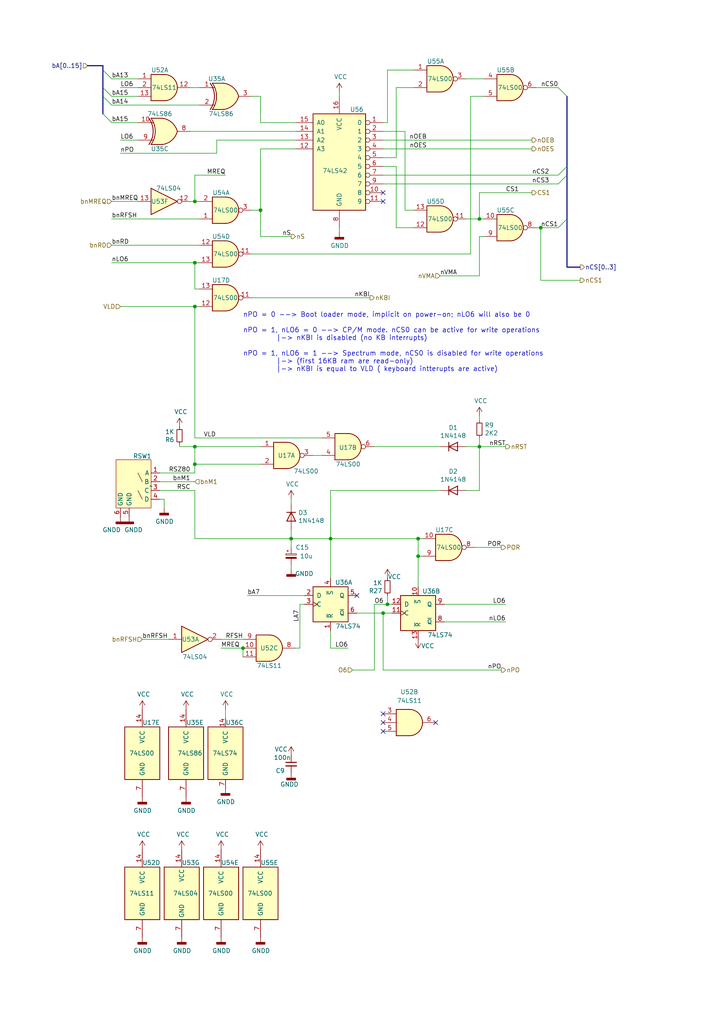
<source format=kicad_sch>
(kicad_sch (version 20230121) (generator eeschema)
  (paper "A4" portrait)
  (lib_symbols
    (symbol "74xx:74LS00" (pin_names (offset 1.016))
      (property "Reference" "U" (at 0 1.27 0))
      (property "Value" "74LS00" (at 0 -1.27 0))
      (symbol "74LS00_1_1"
        (arc (start 0 -3.81) (mid 3.7934 0) (end 0 3.81) (stroke (width 0.254)) (fill (type background)))
        (polyline (pts (xy 0 3.81) (xy -3.81 3.81) (xy -3.81 -3.81) (xy 0 -3.81)) (stroke (width 0.254)) (fill (type background)))
        (pin input line (at -7.62 2.54 0) (length 3.81) (name "~") (number "1"))
        (pin input line (at -7.62 -2.54 0) (length 3.81) (name "~") (number "2"))
        (pin output inverted (at 7.62 0 180) (length 3.81) (name "~") (number "3"))
      )
      (symbol "74LS00_1_2"
        (arc (start -3.81 -3.81) (mid -2.589 0) (end -3.81 3.81) (stroke (width 0.254)))
        (arc (start -0.6096 -3.81) (mid 2.1842 -2.5851) (end 3.81 0) (stroke (width 0.254)) (fill (type background)))
        (polyline (pts (xy -3.81 -3.81) (xy -0.635 -3.81)) (stroke (width 0.254)) (fill (type background)))
        (polyline (pts (xy -3.81 3.81) (xy -0.635 3.81)) (stroke (width 0.254)) (fill (type background)))
        (polyline (pts (xy -0.635 3.81) (xy -3.81 3.81) (xy -3.81 3.81) (xy -3.556 3.4036) (xy -3.0226 2.2606) (xy -2.6924 1.0414) (xy -2.6162 -0.254) (xy -2.7686 -1.4986) (xy -3.175 -2.7178) (xy -3.81 -3.81) (xy -3.81 -3.81) (xy -0.635 -3.81)) (stroke (width -25.4)) (fill (type background)))
        (arc (start 3.81 0) (mid 2.1915 2.5936) (end -0.6096 3.81) (stroke (width 0.254)) (fill (type background)))
        (pin input inverted (at -7.62 2.54 0) (length 4.318) (name "~") (number "1"))
        (pin input inverted (at -7.62 -2.54 0) (length 4.318) (name "~") (number "2"))
        (pin output line (at 7.62 0 180) (length 3.81) (name "~") (number "3"))
      )
      (symbol "74LS00_2_1"
        (arc (start 0 -3.81) (mid 3.7934 0) (end 0 3.81) (stroke (width 0.254)) (fill (type background)))
        (polyline (pts (xy 0 3.81) (xy -3.81 3.81) (xy -3.81 -3.81) (xy 0 -3.81)) (stroke (width 0.254)) (fill (type background)))
        (pin input line (at -7.62 2.54 0) (length 3.81) (name "~") (number "4"))
        (pin input line (at -7.62 -2.54 0) (length 3.81) (name "~") (number "5"))
        (pin output inverted (at 7.62 0 180) (length 3.81) (name "~") (number "6"))
      )
      (symbol "74LS00_2_2"
        (arc (start -3.81 -3.81) (mid -2.589 0) (end -3.81 3.81) (stroke (width 0.254)))
        (arc (start -0.6096 -3.81) (mid 2.1842 -2.5851) (end 3.81 0) (stroke (width 0.254)) (fill (type background)))
        (polyline (pts (xy -3.81 -3.81) (xy -0.635 -3.81)) (stroke (width 0.254)) (fill (type background)))
        (polyline (pts (xy -3.81 3.81) (xy -0.635 3.81)) (stroke (width 0.254)) (fill (type background)))
        (polyline (pts (xy -0.635 3.81) (xy -3.81 3.81) (xy -3.81 3.81) (xy -3.556 3.4036) (xy -3.0226 2.2606) (xy -2.6924 1.0414) (xy -2.6162 -0.254) (xy -2.7686 -1.4986) (xy -3.175 -2.7178) (xy -3.81 -3.81) (xy -3.81 -3.81) (xy -0.635 -3.81)) (stroke (width -25.4)) (fill (type background)))
        (arc (start 3.81 0) (mid 2.1915 2.5936) (end -0.6096 3.81) (stroke (width 0.254)) (fill (type background)))
        (pin input inverted (at -7.62 2.54 0) (length 4.318) (name "~") (number "4"))
        (pin input inverted (at -7.62 -2.54 0) (length 4.318) (name "~") (number "5"))
        (pin output line (at 7.62 0 180) (length 3.81) (name "~") (number "6"))
      )
      (symbol "74LS00_3_1"
        (arc (start 0 -3.81) (mid 3.7934 0) (end 0 3.81) (stroke (width 0.254)) (fill (type background)))
        (polyline (pts (xy 0 3.81) (xy -3.81 3.81) (xy -3.81 -3.81) (xy 0 -3.81)) (stroke (width 0.254)) (fill (type background)))
        (pin input line (at -7.62 -2.54 0) (length 3.81) (name "~") (number "10"))
        (pin output inverted (at 7.62 0 180) (length 3.81) (name "~") (number "8"))
        (pin input line (at -7.62 2.54 0) (length 3.81) (name "~") (number "9"))
      )
      (symbol "74LS00_3_2"
        (arc (start -3.81 -3.81) (mid -2.589 0) (end -3.81 3.81) (stroke (width 0.254)))
        (arc (start -0.6096 -3.81) (mid 2.1842 -2.5851) (end 3.81 0) (stroke (width 0.254)) (fill (type background)))
        (polyline (pts (xy -3.81 -3.81) (xy -0.635 -3.81)) (stroke (width 0.254)) (fill (type background)))
        (polyline (pts (xy -3.81 3.81) (xy -0.635 3.81)) (stroke (width 0.254)) (fill (type background)))
        (polyline (pts (xy -0.635 3.81) (xy -3.81 3.81) (xy -3.81 3.81) (xy -3.556 3.4036) (xy -3.0226 2.2606) (xy -2.6924 1.0414) (xy -2.6162 -0.254) (xy -2.7686 -1.4986) (xy -3.175 -2.7178) (xy -3.81 -3.81) (xy -3.81 -3.81) (xy -0.635 -3.81)) (stroke (width -25.4)) (fill (type background)))
        (arc (start 3.81 0) (mid 2.1915 2.5936) (end -0.6096 3.81) (stroke (width 0.254)) (fill (type background)))
        (pin input inverted (at -7.62 -2.54 0) (length 4.318) (name "~") (number "10"))
        (pin output line (at 7.62 0 180) (length 3.81) (name "~") (number "8"))
        (pin input inverted (at -7.62 2.54 0) (length 4.318) (name "~") (number "9"))
      )
      (symbol "74LS00_4_1"
        (arc (start 0 -3.81) (mid 3.7934 0) (end 0 3.81) (stroke (width 0.254)) (fill (type background)))
        (polyline (pts (xy 0 3.81) (xy -3.81 3.81) (xy -3.81 -3.81) (xy 0 -3.81)) (stroke (width 0.254)) (fill (type background)))
        (pin output inverted (at 7.62 0 180) (length 3.81) (name "~") (number "11"))
        (pin input line (at -7.62 2.54 0) (length 3.81) (name "~") (number "12"))
        (pin input line (at -7.62 -2.54 0) (length 3.81) (name "~") (number "13"))
      )
      (symbol "74LS00_4_2"
        (arc (start -3.81 -3.81) (mid -2.589 0) (end -3.81 3.81) (stroke (width 0.254)))
        (arc (start -0.6096 -3.81) (mid 2.1842 -2.5851) (end 3.81 0) (stroke (width 0.254)) (fill (type background)))
        (polyline (pts (xy -3.81 -3.81) (xy -0.635 -3.81)) (stroke (width 0.254)) (fill (type background)))
        (polyline (pts (xy -3.81 3.81) (xy -0.635 3.81)) (stroke (width 0.254)) (fill (type background)))
        (polyline (pts (xy -0.635 3.81) (xy -3.81 3.81) (xy -3.81 3.81) (xy -3.556 3.4036) (xy -3.0226 2.2606) (xy -2.6924 1.0414) (xy -2.6162 -0.254) (xy -2.7686 -1.4986) (xy -3.175 -2.7178) (xy -3.81 -3.81) (xy -3.81 -3.81) (xy -0.635 -3.81)) (stroke (width -25.4)) (fill (type background)))
        (arc (start 3.81 0) (mid 2.1915 2.5936) (end -0.6096 3.81) (stroke (width 0.254)) (fill (type background)))
        (pin output line (at 7.62 0 180) (length 3.81) (name "~") (number "11"))
        (pin input inverted (at -7.62 2.54 0) (length 4.318) (name "~") (number "12"))
        (pin input inverted (at -7.62 -2.54 0) (length 4.318) (name "~") (number "13"))
      )
      (symbol "74LS00_5_0"
        (pin power_in line (at 0 12.7 270) (length 5.08) (name "VCC") (number "14"))
        (pin power_in line (at 0 -12.7 90) (length 5.08) (name "GND") (number "7"))
      )
      (symbol "74LS00_5_1"
        (rectangle (start -5.08 7.62) (end 5.08 -7.62) (stroke (width 0.254)) (fill (type background)))
      )
    )
    (symbol "74xx:74LS04"
      (property "Reference" "U" (at 0 1.27 0))
      (property "Value" "74LS04" (at 0 -1.27 0))
      (symbol "74LS04_1_0"
        (polyline (pts (xy -3.81 3.81) (xy -3.81 -3.81) (xy 3.81 0) (xy -3.81 3.81)) (stroke (width 0.254)) (fill (type background)))
        (pin input line (at -7.62 0 0) (length 3.81) (name "~") (number "1"))
        (pin output inverted (at 7.62 0 180) (length 3.81) (name "~") (number "2"))
      )
      (symbol "74LS04_2_0"
        (polyline (pts (xy -3.81 3.81) (xy -3.81 -3.81) (xy 3.81 0) (xy -3.81 3.81)) (stroke (width 0.254)) (fill (type background)))
        (pin input line (at -7.62 0 0) (length 3.81) (name "~") (number "3"))
        (pin output inverted (at 7.62 0 180) (length 3.81) (name "~") (number "4"))
      )
      (symbol "74LS04_3_0"
        (polyline (pts (xy -3.81 3.81) (xy -3.81 -3.81) (xy 3.81 0) (xy -3.81 3.81)) (stroke (width 0.254)) (fill (type background)))
        (pin input line (at -7.62 0 0) (length 3.81) (name "~") (number "5"))
        (pin output inverted (at 7.62 0 180) (length 3.81) (name "~") (number "6"))
      )
      (symbol "74LS04_4_0"
        (polyline (pts (xy -3.81 3.81) (xy -3.81 -3.81) (xy 3.81 0) (xy -3.81 3.81)) (stroke (width 0.254)) (fill (type background)))
        (pin output inverted (at 7.62 0 180) (length 3.81) (name "~") (number "8"))
        (pin input line (at -7.62 0 0) (length 3.81) (name "~") (number "9"))
      )
      (symbol "74LS04_5_0"
        (polyline (pts (xy -3.81 3.81) (xy -3.81 -3.81) (xy 3.81 0) (xy -3.81 3.81)) (stroke (width 0.254)) (fill (type background)))
        (pin output inverted (at 7.62 0 180) (length 3.81) (name "~") (number "10"))
        (pin input line (at -7.62 0 0) (length 3.81) (name "~") (number "11"))
      )
      (symbol "74LS04_6_0"
        (polyline (pts (xy -3.81 3.81) (xy -3.81 -3.81) (xy 3.81 0) (xy -3.81 3.81)) (stroke (width 0.254)) (fill (type background)))
        (pin output inverted (at 7.62 0 180) (length 3.81) (name "~") (number "12"))
        (pin input line (at -7.62 0 0) (length 3.81) (name "~") (number "13"))
      )
      (symbol "74LS04_7_0"
        (pin power_in line (at 0 12.7 270) (length 5.08) (name "VCC") (number "14"))
        (pin power_in line (at 0 -12.7 90) (length 5.08) (name "GND") (number "7"))
      )
      (symbol "74LS04_7_1"
        (rectangle (start -5.08 7.62) (end 5.08 -7.62) (stroke (width 0.254)) (fill (type background)))
      )
    )
    (symbol "74xx:74LS11" (pin_names (offset 1.016))
      (property "Reference" "U" (at 0 1.27 0))
      (property "Value" "74LS11" (at 0 -1.27 0))
      (symbol "74LS11_1_1"
        (arc (start 0 -3.81) (mid 3.7934 0) (end 0 3.81) (stroke (width 0.254)) (fill (type background)))
        (polyline (pts (xy 0 3.81) (xy -3.81 3.81) (xy -3.81 -3.81) (xy 0 -3.81)) (stroke (width 0.254)) (fill (type background)))
        (pin input line (at -7.62 2.54 0) (length 3.81) (name "~") (number "1"))
        (pin output line (at 7.62 0 180) (length 3.81) (name "~") (number "12"))
        (pin input line (at -7.62 -2.54 0) (length 3.81) (name "~") (number "13"))
        (pin input line (at -7.62 0 0) (length 3.81) (name "~") (number "2"))
      )
      (symbol "74LS11_1_2"
        (arc (start -3.81 -3.81) (mid -2.589 0) (end -3.81 3.81) (stroke (width 0.254)))
        (arc (start -0.6096 -3.81) (mid 2.1842 -2.5851) (end 3.81 0) (stroke (width 0.254)) (fill (type background)))
        (polyline (pts (xy -3.81 -3.81) (xy -0.635 -3.81)) (stroke (width 0.254)) (fill (type background)))
        (polyline (pts (xy -3.81 3.81) (xy -0.635 3.81)) (stroke (width 0.254)) (fill (type background)))
        (polyline (pts (xy -0.635 3.81) (xy -3.81 3.81) (xy -3.81 3.81) (xy -3.556 3.4036) (xy -3.0226 2.2606) (xy -2.6924 1.0414) (xy -2.6162 -0.254) (xy -2.7686 -1.4986) (xy -3.175 -2.7178) (xy -3.81 -3.81) (xy -3.81 -3.81) (xy -0.635 -3.81)) (stroke (width -25.4)) (fill (type background)))
        (arc (start 3.81 0) (mid 2.1915 2.5936) (end -0.6096 3.81) (stroke (width 0.254)) (fill (type background)))
        (pin input inverted (at -7.62 2.54 0) (length 4.318) (name "~") (number "1"))
        (pin output inverted (at 7.62 0 180) (length 3.81) (name "~") (number "12"))
        (pin input inverted (at -7.62 -2.54 0) (length 4.318) (name "~") (number "13"))
        (pin input inverted (at -7.62 0 0) (length 4.953) (name "~") (number "2"))
      )
      (symbol "74LS11_2_1"
        (arc (start 0 -3.81) (mid 3.7934 0) (end 0 3.81) (stroke (width 0.254)) (fill (type background)))
        (polyline (pts (xy 0 3.81) (xy -3.81 3.81) (xy -3.81 -3.81) (xy 0 -3.81)) (stroke (width 0.254)) (fill (type background)))
        (pin input line (at -7.62 2.54 0) (length 3.81) (name "~") (number "3"))
        (pin input line (at -7.62 0 0) (length 3.81) (name "~") (number "4"))
        (pin input line (at -7.62 -2.54 0) (length 3.81) (name "~") (number "5"))
        (pin output line (at 7.62 0 180) (length 3.81) (name "~") (number "6"))
      )
      (symbol "74LS11_2_2"
        (arc (start -3.81 -3.81) (mid -2.589 0) (end -3.81 3.81) (stroke (width 0.254)))
        (arc (start -0.6096 -3.81) (mid 2.1842 -2.5851) (end 3.81 0) (stroke (width 0.254)) (fill (type background)))
        (polyline (pts (xy -3.81 -3.81) (xy -0.635 -3.81)) (stroke (width 0.254)) (fill (type background)))
        (polyline (pts (xy -3.81 3.81) (xy -0.635 3.81)) (stroke (width 0.254)) (fill (type background)))
        (polyline (pts (xy -0.635 3.81) (xy -3.81 3.81) (xy -3.81 3.81) (xy -3.556 3.4036) (xy -3.0226 2.2606) (xy -2.6924 1.0414) (xy -2.6162 -0.254) (xy -2.7686 -1.4986) (xy -3.175 -2.7178) (xy -3.81 -3.81) (xy -3.81 -3.81) (xy -0.635 -3.81)) (stroke (width -25.4)) (fill (type background)))
        (arc (start 3.81 0) (mid 2.1915 2.5936) (end -0.6096 3.81) (stroke (width 0.254)) (fill (type background)))
        (pin input inverted (at -7.62 2.54 0) (length 4.318) (name "~") (number "3"))
        (pin input inverted (at -7.62 0 0) (length 4.953) (name "~") (number "4"))
        (pin input inverted (at -7.62 -2.54 0) (length 4.318) (name "~") (number "5"))
        (pin output inverted (at 7.62 0 180) (length 3.81) (name "~") (number "6"))
      )
      (symbol "74LS11_3_1"
        (arc (start 0 -3.81) (mid 3.7934 0) (end 0 3.81) (stroke (width 0.254)) (fill (type background)))
        (polyline (pts (xy 0 3.81) (xy -3.81 3.81) (xy -3.81 -3.81) (xy 0 -3.81)) (stroke (width 0.254)) (fill (type background)))
        (pin input line (at -7.62 0 0) (length 3.81) (name "~") (number "10"))
        (pin input line (at -7.62 -2.54 0) (length 3.81) (name "~") (number "11"))
        (pin output line (at 7.62 0 180) (length 3.81) (name "~") (number "8"))
        (pin input line (at -7.62 2.54 0) (length 3.81) (name "~") (number "9"))
      )
      (symbol "74LS11_3_2"
        (arc (start -3.81 -3.81) (mid -2.589 0) (end -3.81 3.81) (stroke (width 0.254)))
        (arc (start -0.6096 -3.81) (mid 2.1842 -2.5851) (end 3.81 0) (stroke (width 0.254)) (fill (type background)))
        (polyline (pts (xy -3.81 -3.81) (xy -0.635 -3.81)) (stroke (width 0.254)) (fill (type background)))
        (polyline (pts (xy -3.81 3.81) (xy -0.635 3.81)) (stroke (width 0.254)) (fill (type background)))
        (polyline (pts (xy -0.635 3.81) (xy -3.81 3.81) (xy -3.81 3.81) (xy -3.556 3.4036) (xy -3.0226 2.2606) (xy -2.6924 1.0414) (xy -2.6162 -0.254) (xy -2.7686 -1.4986) (xy -3.175 -2.7178) (xy -3.81 -3.81) (xy -3.81 -3.81) (xy -0.635 -3.81)) (stroke (width -25.4)) (fill (type background)))
        (arc (start 3.81 0) (mid 2.1915 2.5936) (end -0.6096 3.81) (stroke (width 0.254)) (fill (type background)))
        (pin input inverted (at -7.62 0 0) (length 4.953) (name "~") (number "10"))
        (pin input inverted (at -7.62 -2.54 0) (length 4.318) (name "~") (number "11"))
        (pin output inverted (at 7.62 0 180) (length 3.81) (name "~") (number "8"))
        (pin input inverted (at -7.62 2.54 0) (length 4.318) (name "~") (number "9"))
      )
      (symbol "74LS11_4_0"
        (pin power_in line (at 0 12.7 270) (length 5.08) (name "VCC") (number "14"))
        (pin power_in line (at 0 -12.7 90) (length 5.08) (name "GND") (number "7"))
      )
      (symbol "74LS11_4_1"
        (rectangle (start -5.08 7.62) (end 5.08 -7.62) (stroke (width 0.254)) (fill (type background)))
      )
    )
    (symbol "74xx:74LS42" (pin_names (offset 1.016))
      (property "Reference" "U" (at -7.62 13.97 0))
      (property "Value" "74LS42" (at -7.62 -16.51 0))
      (symbol "74LS42_1_0"
        (pin output inverted (at 12.7 10.16 180) (length 5.08) (name "0") (number "1"))
        (pin output inverted (at 12.7 -10.16 180) (length 5.08) (name "8") (number "10"))
        (pin output inverted (at 12.7 -12.7 180) (length 5.08) (name "9") (number "11"))
        (pin input line (at -12.7 2.54 0) (length 5.08) (name "A3") (number "12"))
        (pin input line (at -12.7 5.08 0) (length 5.08) (name "A2") (number "13"))
        (pin input line (at -12.7 7.62 0) (length 5.08) (name "A1") (number "14"))
        (pin input line (at -12.7 10.16 0) (length 5.08) (name "A0") (number "15"))
        (pin power_in line (at 0 17.78 270) (length 5.08) (name "VCC") (number "16"))
        (pin output inverted (at 12.7 7.62 180) (length 5.08) (name "1") (number "2"))
        (pin output inverted (at 12.7 5.08 180) (length 5.08) (name "2") (number "3"))
        (pin output inverted (at 12.7 2.54 180) (length 5.08) (name "3") (number "4"))
        (pin output inverted (at 12.7 0 180) (length 5.08) (name "4") (number "5"))
        (pin output inverted (at 12.7 -2.54 180) (length 5.08) (name "5") (number "6"))
        (pin output inverted (at 12.7 -5.08 180) (length 5.08) (name "6") (number "7"))
        (pin power_in line (at 0 -20.32 90) (length 5.08) (name "GND") (number "8"))
        (pin output inverted (at 12.7 -7.62 180) (length 5.08) (name "7") (number "9"))
      )
      (symbol "74LS42_1_1"
        (rectangle (start -7.62 12.7) (end 7.62 -15.24) (stroke (width 0.254)) (fill (type background)))
      )
    )
    (symbol "74xx:74LS74" (pin_names (offset 1.016))
      (property "Reference" "U" (at -7.62 8.89 0))
      (property "Value" "74LS74" (at -7.62 -8.89 0))
      (symbol "74LS74_1_0"
        (pin input line (at 0 -7.62 90) (length 2.54) (name "~{R}") (number "1"))
        (pin input line (at -7.62 2.54 0) (length 2.54) (name "D") (number "2"))
        (pin input clock (at -7.62 0 0) (length 2.54) (name "C") (number "3"))
        (pin input line (at 0 7.62 270) (length 2.54) (name "~{S}") (number "4"))
        (pin output line (at 7.62 2.54 180) (length 2.54) (name "Q") (number "5"))
        (pin output line (at 7.62 -2.54 180) (length 2.54) (name "~{Q}") (number "6"))
      )
      (symbol "74LS74_1_1"
        (rectangle (start -5.08 5.08) (end 5.08 -5.08) (stroke (width 0.254)) (fill (type background)))
      )
      (symbol "74LS74_2_0"
        (pin input line (at 0 7.62 270) (length 2.54) (name "~{S}") (number "10"))
        (pin input clock (at -7.62 0 0) (length 2.54) (name "C") (number "11"))
        (pin input line (at -7.62 2.54 0) (length 2.54) (name "D") (number "12"))
        (pin input line (at 0 -7.62 90) (length 2.54) (name "~{R}") (number "13"))
        (pin output line (at 7.62 -2.54 180) (length 2.54) (name "~{Q}") (number "8"))
        (pin output line (at 7.62 2.54 180) (length 2.54) (name "Q") (number "9"))
      )
      (symbol "74LS74_2_1"
        (rectangle (start -5.08 5.08) (end 5.08 -5.08) (stroke (width 0.254)) (fill (type background)))
      )
      (symbol "74LS74_3_0"
        (pin power_in line (at 0 10.16 270) (length 2.54) (name "VCC") (number "14"))
        (pin power_in line (at 0 -10.16 90) (length 2.54) (name "GND") (number "7"))
      )
      (symbol "74LS74_3_1"
        (rectangle (start -5.08 7.62) (end 5.08 -7.62) (stroke (width 0.254)) (fill (type background)))
      )
    )
    (symbol "74xx:74LS86" (pin_names (offset 1.016))
      (property "Reference" "U" (at 0 1.27 0))
      (property "Value" "74LS86" (at 0 -1.27 0))
      (symbol "74LS86_1_0"
        (arc (start -4.4196 -3.81) (mid -3.2033 0) (end -4.4196 3.81) (stroke (width 0.254)))
        (arc (start -3.81 -3.81) (mid -2.589 0) (end -3.81 3.81) (stroke (width 0.254)))
        (arc (start -0.6096 -3.81) (mid 2.1842 -2.5851) (end 3.81 0) (stroke (width 0.254)) (fill (type background)))
        (polyline (pts (xy -3.81 -3.81) (xy -0.635 -3.81)) (stroke (width 0.254)) (fill (type background)))
        (polyline (pts (xy -3.81 3.81) (xy -0.635 3.81)) (stroke (width 0.254)) (fill (type background)))
        (polyline (pts (xy -0.635 3.81) (xy -3.81 3.81) (xy -3.81 3.81) (xy -3.556 3.4036) (xy -3.0226 2.2606) (xy -2.6924 1.0414) (xy -2.6162 -0.254) (xy -2.7686 -1.4986) (xy -3.175 -2.7178) (xy -3.81 -3.81) (xy -3.81 -3.81) (xy -0.635 -3.81)) (stroke (width -25.4)) (fill (type background)))
        (arc (start 3.81 0) (mid 2.1915 2.5936) (end -0.6096 3.81) (stroke (width 0.254)) (fill (type background)))
        (pin input line (at -7.62 2.54 0) (length 4.445) (name "~") (number "1"))
        (pin input line (at -7.62 -2.54 0) (length 4.445) (name "~") (number "2"))
        (pin output line (at 7.62 0 180) (length 3.81) (name "~") (number "3"))
      )
      (symbol "74LS86_1_1"
        (polyline (pts (xy -3.81 -2.54) (xy -3.175 -2.54)) (stroke (width 0.1524)))
        (polyline (pts (xy -3.81 2.54) (xy -3.175 2.54)) (stroke (width 0.1524)))
      )
      (symbol "74LS86_2_0"
        (arc (start -4.4196 -3.81) (mid -3.2033 0) (end -4.4196 3.81) (stroke (width 0.254)))
        (arc (start -3.81 -3.81) (mid -2.589 0) (end -3.81 3.81) (stroke (width 0.254)))
        (arc (start -0.6096 -3.81) (mid 2.1842 -2.5851) (end 3.81 0) (stroke (width 0.254)) (fill (type background)))
        (polyline (pts (xy -3.81 -3.81) (xy -0.635 -3.81)) (stroke (width 0.254)) (fill (type background)))
        (polyline (pts (xy -3.81 3.81) (xy -0.635 3.81)) (stroke (width 0.254)) (fill (type background)))
        (polyline (pts (xy -0.635 3.81) (xy -3.81 3.81) (xy -3.81 3.81) (xy -3.556 3.4036) (xy -3.0226 2.2606) (xy -2.6924 1.0414) (xy -2.6162 -0.254) (xy -2.7686 -1.4986) (xy -3.175 -2.7178) (xy -3.81 -3.81) (xy -3.81 -3.81) (xy -0.635 -3.81)) (stroke (width -25.4)) (fill (type background)))
        (arc (start 3.81 0) (mid 2.1915 2.5936) (end -0.6096 3.81) (stroke (width 0.254)) (fill (type background)))
        (pin input line (at -7.62 2.54 0) (length 4.445) (name "~") (number "4"))
        (pin input line (at -7.62 -2.54 0) (length 4.445) (name "~") (number "5"))
        (pin output line (at 7.62 0 180) (length 3.81) (name "~") (number "6"))
      )
      (symbol "74LS86_2_1"
        (polyline (pts (xy -3.81 -2.54) (xy -3.175 -2.54)) (stroke (width 0.1524)))
        (polyline (pts (xy -3.81 2.54) (xy -3.175 2.54)) (stroke (width 0.1524)))
      )
      (symbol "74LS86_3_0"
        (arc (start -4.4196 -3.81) (mid -3.2033 0) (end -4.4196 3.81) (stroke (width 0.254)))
        (arc (start -3.81 -3.81) (mid -2.589 0) (end -3.81 3.81) (stroke (width 0.254)))
        (arc (start -0.6096 -3.81) (mid 2.1842 -2.5851) (end 3.81 0) (stroke (width 0.254)) (fill (type background)))
        (polyline (pts (xy -3.81 -3.81) (xy -0.635 -3.81)) (stroke (width 0.254)) (fill (type background)))
        (polyline (pts (xy -3.81 3.81) (xy -0.635 3.81)) (stroke (width 0.254)) (fill (type background)))
        (polyline (pts (xy -0.635 3.81) (xy -3.81 3.81) (xy -3.81 3.81) (xy -3.556 3.4036) (xy -3.0226 2.2606) (xy -2.6924 1.0414) (xy -2.6162 -0.254) (xy -2.7686 -1.4986) (xy -3.175 -2.7178) (xy -3.81 -3.81) (xy -3.81 -3.81) (xy -0.635 -3.81)) (stroke (width -25.4)) (fill (type background)))
        (arc (start 3.81 0) (mid 2.1915 2.5936) (end -0.6096 3.81) (stroke (width 0.254)) (fill (type background)))
        (pin input line (at -7.62 -2.54 0) (length 4.445) (name "~") (number "10"))
        (pin output line (at 7.62 0 180) (length 3.81) (name "~") (number "8"))
        (pin input line (at -7.62 2.54 0) (length 4.445) (name "~") (number "9"))
      )
      (symbol "74LS86_3_1"
        (polyline (pts (xy -3.81 -2.54) (xy -3.175 -2.54)) (stroke (width 0.1524)))
        (polyline (pts (xy -3.81 2.54) (xy -3.175 2.54)) (stroke (width 0.1524)))
      )
      (symbol "74LS86_4_0"
        (arc (start -4.4196 -3.81) (mid -3.2033 0) (end -4.4196 3.81) (stroke (width 0.254)))
        (arc (start -3.81 -3.81) (mid -2.589 0) (end -3.81 3.81) (stroke (width 0.254)))
        (arc (start -0.6096 -3.81) (mid 2.1842 -2.5851) (end 3.81 0) (stroke (width 0.254)) (fill (type background)))
        (polyline (pts (xy -3.81 -3.81) (xy -0.635 -3.81)) (stroke (width 0.254)) (fill (type background)))
        (polyline (pts (xy -3.81 3.81) (xy -0.635 3.81)) (stroke (width 0.254)) (fill (type background)))
        (polyline (pts (xy -0.635 3.81) (xy -3.81 3.81) (xy -3.81 3.81) (xy -3.556 3.4036) (xy -3.0226 2.2606) (xy -2.6924 1.0414) (xy -2.6162 -0.254) (xy -2.7686 -1.4986) (xy -3.175 -2.7178) (xy -3.81 -3.81) (xy -3.81 -3.81) (xy -0.635 -3.81)) (stroke (width -25.4)) (fill (type background)))
        (arc (start 3.81 0) (mid 2.1915 2.5936) (end -0.6096 3.81) (stroke (width 0.254)) (fill (type background)))
        (pin output line (at 7.62 0 180) (length 3.81) (name "~") (number "11"))
        (pin input line (at -7.62 2.54 0) (length 4.445) (name "~") (number "12"))
        (pin input line (at -7.62 -2.54 0) (length 4.445) (name "~") (number "13"))
      )
      (symbol "74LS86_4_1"
        (polyline (pts (xy -3.81 -2.54) (xy -3.175 -2.54)) (stroke (width 0.1524)))
        (polyline (pts (xy -3.81 2.54) (xy -3.175 2.54)) (stroke (width 0.1524)))
      )
      (symbol "74LS86_5_0"
        (pin power_in line (at 0 12.7 270) (length 5.08) (name "VCC") (number "14"))
        (pin power_in line (at 0 -12.7 90) (length 5.08) (name "GND") (number "7"))
      )
      (symbol "74LS86_5_1"
        (rectangle (start -5.08 7.62) (end 5.08 -7.62) (stroke (width 0.254)) (fill (type background)))
      )
    )
    (symbol "Device:C_Polarized_Small" (pin_numbers hide) (pin_names (offset 0.254) hide)
      (property "Reference" "C" (at 0.254 1.778 0))
      (property "Value" "C_Polarized_Small" (at 0.254 -2.032 0))
      (symbol "C_Polarized_Small_0_1"
        (rectangle (start -1.524 -0.3048) (end 1.524 -0.6858) (fill (type outline)))
        (rectangle (start -1.524 0.6858) (end 1.524 0.3048))
        (polyline (pts (xy -1.27 1.524) (xy -0.762 1.524)))
        (polyline (pts (xy -1.016 1.27) (xy -1.016 1.778)))
      )
      (symbol "C_Polarized_Small_1_1"
        (pin passive line (at 0 2.54 270) (length 1.8542) (name "~") (number "1"))
        (pin passive line (at 0 -2.54 90) (length 1.8542) (name "~") (number "2"))
      )
    )
    (symbol "Device:C_Small" (pin_numbers hide) (pin_names (offset 0.254) hide)
      (property "Reference" "C" (at 0.254 1.778 0))
      (property "Value" "C_Small" (at 0.254 -2.032 0))
      (symbol "C_Small_0_1"
        (polyline (pts (xy -1.524 -0.508) (xy 1.524 -0.508)) (stroke (width 0.3302)))
        (polyline (pts (xy -1.524 0.508) (xy 1.524 0.508)) (stroke (width 0.3048)))
      )
      (symbol "C_Small_1_1"
        (pin passive line (at 0 2.54 270) (length 2.032) (name "~") (number "1"))
        (pin passive line (at 0 -2.54 90) (length 2.032) (name "~") (number "2"))
      )
    )
    (symbol "Device:R_Small" (pin_numbers hide) (pin_names (offset 0.254) hide)
      (property "Reference" "R" (at 0.762 0.508 0))
      (property "Value" "R_Small" (at 0.762 -1.016 0))
      (symbol "R_Small_0_1"
        (rectangle (start -0.762 1.778) (end 0.762 -1.778) (stroke (width 0.2032)))
      )
      (symbol "R_Small_1_1"
        (pin passive line (at 0 2.54 270) (length 0.762) (name "~") (number "1"))
        (pin passive line (at 0 -2.54 90) (length 0.762) (name "~") (number "2"))
      )
    )
    (symbol "Diode:1N4148" (pin_numbers hide) (pin_names hide)
      (property "Reference" "D" (at 0 2.54 0))
      (property "Value" "1N4148" (at 0 -2.54 0))
      (symbol "1N4148_0_1"
        (polyline (pts (xy -1.27 1.27) (xy -1.27 -1.27)) (stroke (width 0.254)))
        (polyline (pts (xy 1.27 0) (xy -1.27 0)))
        (polyline (pts (xy 1.27 1.27) (xy 1.27 -1.27) (xy -1.27 0) (xy 1.27 1.27)) (stroke (width 0.254)))
      )
      (symbol "1N4148_1_1"
        (pin passive line (at -3.81 0 0) (length 2.54) (name "K") (number "1"))
        (pin passive line (at 3.81 0 180) (length 2.54) (name "A") (number "2"))
      )
    )
    (symbol "cobra_original:Reset_SW"
      (property "Reference" "RSW" (at -2.54 6.35 0))
      (symbol "Reset_SW_0_1"
        (polyline (pts (xy -2.54 -3.81) (xy -3.81 -1.27)))
        (polyline (pts (xy -2.54 1.27) (xy -3.81 3.81)))
      )
      (symbol "Reset_SW_1_1"
        (rectangle (start -10.16 7.62) (end 0 -6.35) (fill (type background)))
        (pin passive line (at 2.54 3.81 180) (length 2.54) (name "A") (number "1"))
        (pin passive line (at 2.54 1.27 180) (length 2.54) (name "B") (number "2"))
        (pin passive line (at 2.54 -1.27 180) (length 2.54) (name "C") (number "3"))
        (pin passive line (at 2.54 -3.81 180) (length 2.54) (name "D") (number "4"))
        (pin passive line (at -6.35 -8.89 90) (length 2.54) (name "GND") (number "5"))
        (pin passive line (at -8.89 -8.89 90) (length 2.54) (name "GND") (number "6"))
      )
    )
    (symbol "power:GNDD" (power) (pin_names (offset 0))
      (property "Value" "GNDD" (at 0 -3.175 0))
      (symbol "GNDD_0_1"
        (rectangle (start -1.27 -1.524) (end 1.27 -2.032) (stroke (width 0.254)) (fill (type outline)))
        (polyline (pts (xy 0 0) (xy 0 -1.524)))
      )
      (symbol "GNDD_1_1"
        (pin power_in line (at 0 0 270) (length 0) hide (name "GNDD") (number "1"))
      )
    )
    (symbol "power:VCC" (power) (pin_names (offset 0))
      (property "Value" "VCC" (at 0 3.81 0))
      (symbol "VCC_0_1"
        (polyline (pts (xy -0.762 1.27) (xy 0 2.54)))
        (polyline (pts (xy 0 0) (xy 0 2.54)))
        (polyline (pts (xy 0 2.54) (xy 0.762 1.27)))
      )
      (symbol "VCC_1_1"
        (pin power_in line (at 0 0 90) (length 0) hide (name "VCC") (number "1"))
      )
    )
  )
  (junction (at 56.515 58.42))
  (junction (at 112.395 175.26))
  (junction (at 139.065 63.5))
  (junction (at 121.285 161.29))
  (junction (at 156.845 66.04))
  (junction (at 56.515 129.54))
  (junction (at 75.565 60.96))
  (junction (at 56.515 88.9))
  (junction (at 121.285 156.21))
  (junction (at 56.515 134.62))
  (junction (at 84.455 156.21))
  (junction (at 111.125 177.8))
  (junction (at 56.515 76.2))
  (junction (at 139.065 129.54))
  (junction (at 70.485 187.96))
  (junction (at 95.885 156.21))
  (no_connect (at 111.125 212.09))
  (no_connect (at 111.125 55.88))
  (no_connect (at 126.365 209.55))
  (no_connect (at 111.125 207.01))
  (no_connect (at 103.505 172.72))
  (no_connect (at 111.125 58.42))
  (no_connect (at 111.125 209.55))
  (bus_entry (at 161.925 66.04) (size 2.54 -2.54))
  (bus_entry (at 29.845 33.02) (size 2.54 2.54))
  (bus_entry (at 29.845 20.32) (size 2.54 2.54))
  (bus_entry (at 161.925 53.34) (size 2.54 -2.54))
  (bus_entry (at 29.845 25.4) (size 2.54 2.54))
  (bus_entry (at 161.925 50.8) (size 2.54 -2.54))
  (bus_entry (at 161.925 25.4) (size 2.54 2.54))
  (bus_entry (at 29.845 27.94) (size 2.54 2.54))
  (wire (pts (xy 139.065 55.88) (xy 154.305 55.88)))
  (bus (pts (xy 164.465 50.8) (xy 164.465 63.5)))
  (wire (pts (xy 156.845 66.04) (xy 161.925 66.04)))
  (wire (pts (xy 117.475 60.96) (xy 120.015 60.96)))
  (bus (pts (xy 29.845 27.94) (xy 29.845 33.02)))
  (wire (pts (xy 128.905 180.34) (xy 146.685 180.34)))
  (wire (pts (xy 56.515 58.42) (xy 57.785 58.42)))
  (wire (pts (xy 135.255 142.24) (xy 139.065 142.24)))
  (wire (pts (xy 98.425 67.31) (xy 98.425 66.04)))
  (wire (pts (xy 168.275 81.28) (xy 156.845 81.28)))
  (wire (pts (xy 57.785 71.12) (xy 32.385 71.12)))
  (wire (pts (xy 46.355 139.7) (xy 56.515 139.7)))
  (wire (pts (xy 139.065 142.24) (xy 139.065 129.54)))
  (wire (pts (xy 111.125 45.72) (xy 114.935 45.72)))
  (wire (pts (xy 95.885 156.21) (xy 95.885 142.24)))
  (wire (pts (xy 98.425 26.67) (xy 98.425 27.94)))
  (wire (pts (xy 85.725 40.64) (xy 62.865 40.64)))
  (wire (pts (xy 56.515 134.62) (xy 75.565 134.62)))
  (wire (pts (xy 86.995 175.26) (xy 86.995 187.96)))
  (wire (pts (xy 102.235 194.31) (xy 108.585 194.31)))
  (wire (pts (xy 112.395 35.56) (xy 112.395 20.32)))
  (wire (pts (xy 139.065 68.58) (xy 139.065 80.01)))
  (wire (pts (xy 108.585 129.54) (xy 127.635 129.54)))
  (wire (pts (xy 46.355 142.24) (xy 56.515 142.24)))
  (wire (pts (xy 62.865 44.45) (xy 34.925 44.45)))
  (wire (pts (xy 56.515 129.54) (xy 56.515 134.62)))
  (wire (pts (xy 135.255 22.86) (xy 140.335 22.86)))
  (wire (pts (xy 95.885 156.21) (xy 84.455 156.21)))
  (wire (pts (xy 56.515 50.8) (xy 65.405 50.8)))
  (wire (pts (xy 137.795 158.75) (xy 145.415 158.75)))
  (wire (pts (xy 75.565 43.18) (xy 85.725 43.18)))
  (wire (pts (xy 46.355 144.78) (xy 47.625 144.78)))
  (wire (pts (xy 128.905 175.26) (xy 146.685 175.26)))
  (bus (pts (xy 29.845 20.32) (xy 29.845 25.4)))
  (wire (pts (xy 55.245 38.1) (xy 85.725 38.1)))
  (wire (pts (xy 114.935 45.72) (xy 114.935 25.4)))
  (wire (pts (xy 112.395 172.72) (xy 112.395 175.26)))
  (wire (pts (xy 111.125 53.34) (xy 161.925 53.34)))
  (wire (pts (xy 121.285 161.29) (xy 121.285 170.18)))
  (wire (pts (xy 103.505 177.8) (xy 111.125 177.8)))
  (wire (pts (xy 114.935 66.04) (xy 114.935 48.26)))
  (wire (pts (xy 56.515 156.21) (xy 84.455 156.21)))
  (wire (pts (xy 85.725 187.96) (xy 86.995 187.96)))
  (wire (pts (xy 75.565 129.54) (xy 56.515 129.54)))
  (wire (pts (xy 32.385 30.48) (xy 57.785 30.48)))
  (wire (pts (xy 84.455 163.83) (xy 84.455 165.1)))
  (wire (pts (xy 57.785 76.2) (xy 56.515 76.2)))
  (wire (pts (xy 70.485 187.96) (xy 70.485 190.5)))
  (bus (pts (xy 164.465 77.47) (xy 164.465 63.5)))
  (wire (pts (xy 52.07 129.54) (xy 56.515 129.54)))
  (wire (pts (xy 57.785 83.82) (xy 56.515 83.82)))
  (wire (pts (xy 41.275 185.42) (xy 48.895 185.42)))
  (wire (pts (xy 111.125 43.18) (xy 154.305 43.18)))
  (wire (pts (xy 111.125 48.26) (xy 114.935 48.26)))
  (wire (pts (xy 65.405 208.28) (xy 65.405 205.74)))
  (wire (pts (xy 40.005 22.86) (xy 32.385 22.86)))
  (wire (pts (xy 84.455 153.67) (xy 84.455 156.21)))
  (wire (pts (xy 56.515 83.82) (xy 56.515 76.2)))
  (wire (pts (xy 56.515 88.9) (xy 56.515 127)))
  (wire (pts (xy 139.065 63.5) (xy 140.335 63.5)))
  (wire (pts (xy 56.515 137.16) (xy 56.515 134.62)))
  (wire (pts (xy 136.525 27.94) (xy 140.335 27.94)))
  (wire (pts (xy 34.925 88.9) (xy 56.515 88.9)))
  (wire (pts (xy 112.395 175.26) (xy 113.665 175.26)))
  (wire (pts (xy 85.725 35.56) (xy 75.565 35.56)))
  (wire (pts (xy 114.935 25.4) (xy 120.015 25.4)))
  (wire (pts (xy 56.515 142.24) (xy 56.515 156.21)))
  (wire (pts (xy 139.065 121.92) (xy 139.065 120.65)))
  (wire (pts (xy 86.995 175.26) (xy 88.265 175.26)))
  (wire (pts (xy 71.755 172.72) (xy 88.265 172.72)))
  (bus (pts (xy 164.465 48.26) (xy 164.465 50.8)))
  (wire (pts (xy 139.065 129.54) (xy 135.255 129.54)))
  (bus (pts (xy 25.4 19.05) (xy 29.845 19.05)))
  (wire (pts (xy 139.065 63.5) (xy 139.065 55.88)))
  (wire (pts (xy 64.135 185.42) (xy 70.485 185.42)))
  (wire (pts (xy 84.455 156.21) (xy 84.455 158.75)))
  (wire (pts (xy 136.525 27.94) (xy 136.525 73.66)))
  (wire (pts (xy 64.135 187.96) (xy 70.485 187.96)))
  (wire (pts (xy 112.395 20.32) (xy 120.015 20.32)))
  (wire (pts (xy 111.125 194.31) (xy 111.125 177.8)))
  (wire (pts (xy 55.245 58.42) (xy 56.515 58.42)))
  (wire (pts (xy 75.565 35.56) (xy 75.565 27.94)))
  (wire (pts (xy 95.885 142.24) (xy 127.635 142.24)))
  (wire (pts (xy 32.385 27.94) (xy 40.005 27.94)))
  (wire (pts (xy 56.515 58.42) (xy 56.515 50.8)))
  (wire (pts (xy 111.125 40.64) (xy 154.305 40.64)))
  (wire (pts (xy 90.805 132.08) (xy 93.345 132.08)))
  (wire (pts (xy 73.025 86.36) (xy 107.315 86.36)))
  (wire (pts (xy 111.125 35.56) (xy 112.395 35.56)))
  (wire (pts (xy 155.575 66.04) (xy 156.845 66.04)))
  (wire (pts (xy 57.785 63.5) (xy 32.385 63.5)))
  (wire (pts (xy 40.005 25.4) (xy 34.925 25.4)))
  (wire (pts (xy 75.565 60.96) (xy 75.565 68.58)))
  (wire (pts (xy 111.125 177.8) (xy 113.665 177.8)))
  (wire (pts (xy 140.335 68.58) (xy 139.065 68.58)))
  (wire (pts (xy 139.065 129.54) (xy 146.685 129.54)))
  (wire (pts (xy 95.885 156.21) (xy 121.285 156.21)))
  (wire (pts (xy 111.125 194.31) (xy 145.415 194.31)))
  (wire (pts (xy 120.015 66.04) (xy 114.935 66.04)))
  (wire (pts (xy 75.565 60.96) (xy 75.565 43.18)))
  (wire (pts (xy 95.885 182.88) (xy 95.885 187.96)))
  (wire (pts (xy 73.025 60.96) (xy 75.565 60.96)))
  (wire (pts (xy 46.355 137.16) (xy 56.515 137.16)))
  (wire (pts (xy 52.07 128.905) (xy 52.07 129.54)))
  (wire (pts (xy 40.005 35.56) (xy 32.385 35.56)))
  (wire (pts (xy 56.515 127) (xy 93.345 127)))
  (bus (pts (xy 29.845 19.05) (xy 29.845 20.32)))
  (wire (pts (xy 56.515 76.2) (xy 32.385 76.2)))
  (wire (pts (xy 127.635 80.01) (xy 139.065 80.01)))
  (wire (pts (xy 121.285 161.29) (xy 121.285 156.21)))
  (wire (pts (xy 56.515 88.9) (xy 57.785 88.9)))
  (wire (pts (xy 135.255 63.5) (xy 139.065 63.5)))
  (wire (pts (xy 95.885 187.96) (xy 100.965 187.96)))
  (wire (pts (xy 62.865 40.64) (xy 62.865 44.45)))
  (wire (pts (xy 111.125 38.1) (xy 117.475 38.1)))
  (wire (pts (xy 121.285 156.21) (xy 122.555 156.21)))
  (wire (pts (xy 108.585 175.26) (xy 108.585 194.31)))
  (bus (pts (xy 164.465 27.94) (xy 164.465 48.26)))
  (wire (pts (xy 84.455 144.78) (xy 84.455 146.05)))
  (wire (pts (xy 108.585 175.26) (xy 112.395 175.26)))
  (wire (pts (xy 111.125 50.8) (xy 161.925 50.8)))
  (wire (pts (xy 121.285 161.29) (xy 122.555 161.29)))
  (wire (pts (xy 139.065 127) (xy 139.065 129.54)))
  (wire (pts (xy 95.885 156.21) (xy 95.885 167.64)))
  (wire (pts (xy 136.525 73.66) (xy 73.025 73.66)))
  (wire (pts (xy 55.245 25.4) (xy 57.785 25.4)))
  (bus (pts (xy 164.465 77.47) (xy 168.275 77.47)))
  (wire (pts (xy 156.845 81.28) (xy 156.845 66.04)))
  (wire (pts (xy 47.625 144.78) (xy 47.625 147.32)))
  (bus (pts (xy 29.845 25.4) (xy 29.845 27.94)))
  (wire (pts (xy 75.565 27.94) (xy 73.025 27.94)))
  (wire (pts (xy 155.575 25.4) (xy 161.925 25.4)))
  (wire (pts (xy 40.005 40.64) (xy 34.925 40.64)))
  (wire (pts (xy 117.475 38.1) (xy 117.475 60.96)))
  (wire (pts (xy 75.565 68.58) (xy 84.455 68.58)))
  (wire (pts (xy 40.005 58.42) (xy 32.385 58.42)))
  (text "nPO = 0 --> Boot loader mode, implicit on power-on; nLO6 will also be 0\n\nnPO = 1, nLO6 = 0 --> CP/M mode. nCS0 can be active for write operations\n         |-> nKBI is disabled (no KB interrupts)\n\nnPO = 1, nLO6 = 1 --> Spectrum mode, nCS0 is disabled for write operations \n         |-> (first 16KB ram are read-only)\n         |-> nKBI is equal to VLD ( keyboard intterupts are active) " (at 70.485 107.95 0) (effects (font (size 1.397 1.397)) (justify left bottom)))
  (label "nS" (at 84.455 68.58 180))
  (label "POR" (at 145.415 158.75 180))
  (label "LA7" (at 86.995 180.34 90))
  (label "MREQ" (at 64.135 187.96 0))
  (label "nLO6" (at 32.385 76.2 0))
  (label "RSC" (at 55.245 142.24 180))
  (label "LO6" (at 100.965 187.96 180))
  (label "bA13" (at 32.385 22.86 0))
  (label "nCS1" (at 161.925 66.04 180))
  (label "bA15" (at 32.385 27.94 0))
  (label "nLO6" (at 146.685 180.34 180))
  (label "bnRD" (at 32.385 71.12 0))
  (label "VLD" (at 59.055 127 0))
  (label "nCS3" (at 154.305 53.34 0))
  (label "nPO" (at 34.925 44.45 0))
  (label "CS1" (at 146.685 55.88 0))
  (label "nOEB" (at 123.825 40.64 180))
  (label "MREQ" (at 65.405 50.8 180))
  (label "bnMREQ" (at 32.385 58.42 0))
  (label "LO6" (at 146.685 175.26 180))
  (label "bnRFSH" (at 32.385 63.5 0))
  (label "O6" (at 108.585 175.26 0))
  (label "RFSH" (at 65.405 185.42 0))
  (label "nCS2" (at 154.305 50.8 0))
  (label "nRST" (at 146.685 129.54 180))
  (label "bnM1" (at 55.245 139.7 180))
  (label "nOES" (at 123.825 43.18 180))
  (label "bA7" (at 71.755 172.72 0))
  (label "RSZ80" (at 55.245 137.16 180))
  (label "bA14" (at 32.385 30.48 0))
  (label "bA15" (at 32.385 35.56 0))
  (label "bnRFSH" (at 41.275 185.42 0))
  (label "nKBI" (at 107.315 86.36 180))
  (label "nPO" (at 145.415 194.31 180))
  (label "LO6" (at 34.925 25.4 0))
  (label "nVMA" (at 127.635 80.01 0))
  (label "LO6" (at 34.925 40.64 0))
  (label "nCS0" (at 161.925 25.4 180))
  (hierarchical_label "bnMREQ" (shape input) (at 32.385 58.42 180))
  (hierarchical_label "POR" (shape output) (at 145.415 158.75 0))
  (hierarchical_label "bnM1" (shape input) (at 56.515 139.7 0))
  (hierarchical_label "nRST" (shape output) (at 146.685 129.54 0))
  (hierarchical_label "nOEB" (shape output) (at 154.305 40.64 0))
  (hierarchical_label "bnRD" (shape input) (at 32.385 71.12 180))
  (hierarchical_label "nPO" (shape output) (at 145.415 194.31 0))
  (hierarchical_label "nVMA" (shape input) (at 127.635 80.01 180))
  (hierarchical_label "O6" (shape input) (at 102.235 194.31 180))
  (hierarchical_label "nOES" (shape output) (at 154.305 43.18 0))
  (hierarchical_label "bA[0..15]" (shape input) (at 25.4 19.05 180))
  (hierarchical_label "bnRFSH" (shape input) (at 41.275 185.42 180))
  (hierarchical_label "CS1" (shape output) (at 154.305 55.88 0))
  (hierarchical_label "nCS1" (shape output) (at 168.275 81.28 0))
  (hierarchical_label "nCS[0..3]" (shape output) (at 168.275 77.47 0))
  (hierarchical_label "nS" (shape output) (at 84.455 68.58 0))
  (hierarchical_label "nKBI" (shape output) (at 107.315 86.36 0))
  (hierarchical_label "VLD" (shape input) (at 34.925 88.9 180))
  (symbol (lib_id "power:VCC") (at 98.425 26.67 0) (unit 1)
    (property "Reference" "#PWR0357" (effects hide))
    (property "Value" "VCC" (at 98.806 22.2758 0))
  )
  (symbol (lib_id "74xx:74LS42") (at 98.425 45.72 0) (unit 1)
    (property "Reference" "U56" (at 103.505 31.75 0))
    (property "Value" "74LS42" (at 97.155 49.53 0))
    (property "Footprint" "Cobra_original:DIP-16_W7.62mm" (effects hide))
    (property "Datasheet" "http://www.ti.com/lit/gpn/sn74LS42" (effects hide))
  )
  (symbol (lib_id "74xx:74LS11") (at 47.625 25.4 0) (unit 1)
    (property "Reference" "U52" (at 46.355 20.32 0))
    (property "Value" "74LS11" (at 47.625 25.4 0))
    (property "Footprint" "Cobra_original:DIP-14_W7.62mm" (effects hide))
    (property "Datasheet" "http://www.ti.com/lit/gpn/sn74LS11" (effects hide))
  )
  (symbol (lib_id "74xx:74LS86") (at 65.405 27.94 0) (unit 1)
    (property "Reference" "U35" (at 62.865 22.86 0))
    (property "Value" "74LS86" (at 64.135 33.02 0))
    (property "Footprint" "Cobra_original:DIP-14_W7.62mm" (effects hide))
    (property "Datasheet" "74xx/74ls86.pdf" (effects hide))
  )
  (symbol (lib_id "74xx:74LS86") (at 47.625 38.1 0) (mirror x) (unit 3)
    (property "Reference" "U35" (at 46.355 43.18 0))
    (property "Value" "74LS86" (at 46.355 33.02 0))
    (property "Footprint" "Cobra_original:DIP-14_W7.62mm" (effects hide))
    (property "Datasheet" "74xx/74ls86.pdf" (effects hide))
  )
  (symbol (lib_id "74xx:74LS00") (at 65.405 60.96 0) (mirror x) (unit 1)
    (property "Reference" "U54" (at 64.135 55.88 0))
    (property "Value" "74LS00" (at 65.405 60.96 0))
    (property "Footprint" "Cobra_original:DIP-14_W7.62mm" (effects hide))
    (property "Datasheet" "http://www.ti.com/lit/gpn/sn74ls00" (effects hide))
  )
  (symbol (lib_id "74xx:74LS00") (at 127.635 22.86 0) (unit 1)
    (property "Reference" "U55" (at 126.365 17.78 0))
    (property "Value" "74LS00" (at 127.635 22.86 0))
    (property "Footprint" "Cobra_original:DIP-14_W7.62mm" (effects hide))
    (property "Datasheet" "http://www.ti.com/lit/gpn/sn74ls00" (effects hide))
  )
  (symbol (lib_id "74xx:74LS00") (at 147.955 25.4 0) (unit 2)
    (property "Reference" "U55" (at 146.685 20.32 0))
    (property "Value" "74LS00" (at 147.955 25.4 0))
    (property "Footprint" "Cobra_original:DIP-14_W7.62mm" (effects hide))
    (property "Datasheet" "http://www.ti.com/lit/gpn/sn74ls00" (effects hide))
  )
  (symbol (lib_id "74xx:74LS00") (at 147.955 66.04 0) (mirror x) (unit 3)
    (property "Reference" "U55" (at 146.685 60.96 0))
    (property "Value" "74LS00" (at 147.955 66.04 0))
    (property "Footprint" "Cobra_original:DIP-14_W7.62mm" (effects hide))
    (property "Datasheet" "http://www.ti.com/lit/gpn/sn74ls00" (effects hide))
  )
  (symbol (lib_id "74xx:74LS00") (at 127.635 63.5 0) (mirror x) (unit 4)
    (property "Reference" "U55" (at 126.365 58.42 0))
    (property "Value" "74LS00" (at 127.635 63.5 0))
    (property "Footprint" "Cobra_original:DIP-14_W7.62mm" (effects hide))
    (property "Datasheet" "http://www.ti.com/lit/gpn/sn74ls00" (effects hide))
  )
  (symbol (lib_id "74xx:74LS00") (at 65.405 73.66 0) (unit 4)
    (property "Reference" "U54" (at 64.135 68.58 0))
    (property "Value" "74LS00" (at 65.405 73.66 0))
    (property "Footprint" "Cobra_original:DIP-14_W7.62mm" (effects hide))
    (property "Datasheet" "http://www.ti.com/lit/gpn/sn74ls00" (effects hide))
  )
  (symbol (lib_id "74xx:74LS00") (at 83.185 132.08 0) (unit 1)
    (property "Reference" "U17" (at 83.0834 132.08 0))
    (property "Value" "74LS00" (at 88.773 136.652 0))
    (property "Footprint" "Cobra_original:DIP-14_W7.62mm" (effects hide))
    (property "Datasheet" "http://www.ti.com/lit/gpn/sn74ls00" (effects hide))
  )
  (symbol (lib_id "74xx:74LS00") (at 100.965 129.54 0) (mirror x) (unit 2)
    (property "Reference" "U17" (at 100.9142 129.794 0))
    (property "Value" "74LS00" (at 100.965 134.62 0))
    (property "Footprint" "Cobra_original:DIP-14_W7.62mm" (effects hide))
    (property "Datasheet" "http://www.ti.com/lit/gpn/sn74ls00" (effects hide))
  )
  (symbol (lib_id "74xx:74LS00") (at 65.405 86.36 0) (mirror x) (unit 4)
    (property "Reference" "U17" (at 64.135 81.28 0))
    (property "Value" "74LS00" (at 65.405 86.36 0))
    (property "Footprint" "Cobra_original:DIP-14_W7.62mm" (effects hide))
    (property "Datasheet" "http://www.ti.com/lit/gpn/sn74ls00" (effects hide))
  )
  (symbol (lib_id "Diode:1N4148") (at 131.445 129.54 0) (unit 1)
    (property "Reference" "D1" (at 131.445 124.0282 0))
    (property "Value" "1N4148" (at 131.445 126.3396 0))
    (property "Footprint" "Cobra_original:D_DO-35_SOD27_P7.62mm_Horizontal" (effects hide))
    (property "Datasheet" "https://assets.nexperia.com/documents/data-sheet/1N4148_1N4448.pdf" (effects hide))
    (property "Sim.Device" "D" (effects hide))
    (property "Sim.Pins" "1=K 2=A" (effects hide))
  )
  (symbol (lib_id "Diode:1N4148") (at 131.445 142.24 0) (unit 1)
    (property "Reference" "D2" (at 131.445 136.7282 0))
    (property "Value" "1N4148" (at 131.445 139.0396 0))
    (property "Footprint" "Cobra_original:D_DO-35_SOD27_P7.62mm_Horizontal" (effects hide))
    (property "Datasheet" "https://assets.nexperia.com/documents/data-sheet/1N4148_1N4448.pdf" (effects hide))
    (property "Sim.Device" "D" (effects hide))
    (property "Sim.Pins" "1=K 2=A" (effects hide))
  )
  (symbol (lib_id "power:GNDD") (at 98.425 67.31 0) (unit 1)
    (property "Reference" "#PWR0129" (effects hide))
    (property "Value" "GNDD" (at 98.5266 71.247 0))
  )
  (symbol (lib_id "Device:R_Small") (at 139.065 124.46 0) (unit 1)
    (property "Reference" "R9" (at 140.5636 123.2916 0) (effects (justify left)))
    (property "Value" "2K2" (at 140.5636 125.603 0) (effects (justify left)))
    (property "Footprint" "Cobra_original:R_Axial_DIN0204_L3.6mm_D1.6mm_P5.08mm_Horizontal" (effects hide))
  )
  (symbol (lib_id "74xx:74LS74") (at 95.885 175.26 0) (unit 1)
    (property "Reference" "U36" (at 99.695 168.91 0))
    (property "Value" "74LS74" (at 100.965 181.61 0))
    (property "Footprint" "Cobra_original:DIP-14_W7.62mm" (effects hide))
    (property "Datasheet" "74xx/74hc_hct74.pdf" (effects hide))
  )
  (symbol (lib_id "74xx:74LS74") (at 121.285 177.8 0) (unit 2)
    (property "Reference" "U36" (at 125.095 171.45 0))
    (property "Value" "74LS74" (at 127.635 184.15 0))
    (property "Footprint" "Cobra_original:DIP-14_W7.62mm" (effects hide))
    (property "Datasheet" "74xx/74hc_hct74.pdf" (effects hide))
  )
  (symbol (lib_id "74xx:74LS74") (at 65.405 218.44 0) (unit 3)
    (property "Reference" "U36" (at 65.405 209.55 0) (effects (justify left)))
    (property "Value" "74LS74" (at 61.595 218.44 0) (effects (justify left)))
    (property "Footprint" "Cobra_original:DIP-14_W7.62mm" (effects hide))
    (property "Datasheet" "74xx/74hc_hct74.pdf" (effects hide))
  )
  (symbol (lib_id "Device:R_Small") (at 112.395 170.18 180) (unit 1)
    (property "Reference" "R27" (at 110.8964 171.3484 0) (effects (justify left)))
    (property "Value" "1K" (at 110.8964 169.037 0) (effects (justify left)))
    (property "Footprint" "Cobra_original:R_Axial_DIN0204_L3.6mm_D1.6mm_P5.08mm_Horizontal" (effects hide))
  )
  (symbol (lib_id "74xx:74LS04") (at 56.515 185.42 0) (unit 1)
    (property "Reference" "U53" (at 55.245 185.42 0))
    (property "Value" "74LS04" (at 56.515 190.5 0))
    (property "Footprint" "Cobra_original:DIP-14_W7.62mm" (effects hide))
    (property "Datasheet" "http://www.ti.com/lit/gpn/sn74LS04" (effects hide))
  )
  (symbol (lib_id "74xx:74LS00") (at 130.175 158.75 0) (mirror x) (unit 3)
    (property "Reference" "U17" (at 128.905 153.67 0))
    (property "Value" "74LS00" (at 130.175 158.75 0))
    (property "Footprint" "Cobra_original:DIP-14_W7.62mm" (effects hide))
    (property "Datasheet" "http://www.ti.com/lit/gpn/sn74ls00" (effects hide))
  )
  (symbol (lib_id "Device:C_Polarized_Small") (at 84.455 161.29 0) (unit 1)
    (property "Reference" "C15" (at 85.725 158.75 0) (effects (justify left)))
    (property "Value" "10u" (at 86.995 161.29 0) (effects (justify left)))
    (property "Footprint" "Cobra_original:C_THT_508_254" (effects hide))
  )
  (symbol (lib_id "Diode:1N4148") (at 84.455 149.86 270) (unit 1)
    (property "Reference" "D3" (at 86.487 148.6916 90) (effects (justify left)))
    (property "Value" "1N4148" (at 86.487 151.003 90) (effects (justify left)))
    (property "Footprint" "Cobra_original:D_DO-35_SOD27_P7.62mm_Horizontal" (effects hide))
    (property "Datasheet" "https://assets.nexperia.com/documents/data-sheet/1N4148_1N4448.pdf" (effects hide))
    (property "Sim.Device" "D" (effects hide))
    (property "Sim.Pins" "1=K 2=A" (effects hide))
  )
  (symbol (lib_id "power:GNDD") (at 84.455 165.1 0) (unit 1)
    (property "Reference" "#PWR0136" (effects hide))
    (property "Value" "GNDD" (at 88.265 166.37 0))
  )
  (symbol (lib_id "power:GNDD") (at 47.625 147.32 0) (unit 1)
    (property "Reference" "#PWR0137" (effects hide))
    (property "Value" "GNDD" (at 47.7266 151.257 0))
  )
  (symbol (lib_id "74xx:74LS04") (at 47.625 58.42 0) (unit 6)
    (property "Reference" "U53" (at 46.355 58.42 0))
    (property "Value" "74LS04" (at 48.895 54.61 0))
    (property "Footprint" "Cobra_original:DIP-14_W7.62mm" (effects hide))
    (property "Datasheet" "http://www.ti.com/lit/gpn/sn74LS04" (effects hide))
  )
  (symbol (lib_id "power:GNDD") (at 65.405 228.6 0) (unit 1)
    (property "Reference" "#PWR0166" (effects hide))
    (property "Value" "GNDD" (at 65.5066 232.537 0))
  )
  (symbol (lib_id "power:VCC") (at 65.405 205.74 0) (unit 1)
    (property "Reference" "#PWR0177" (effects hide))
    (property "Value" "VCC" (at 65.786 201.3458 0))
  )
  (symbol (lib_id "power:VCC") (at 84.455 144.78 0) (unit 1)
    (property "Reference" "#PWR0198" (effects hide))
    (property "Value" "VCC" (at 84.836 140.3858 0))
  )
  (symbol (lib_id "power:VCC") (at 139.065 120.65 0) (unit 1)
    (property "Reference" "#PWR0204" (effects hide))
    (property "Value" "VCC" (at 139.446 116.2558 0))
  )
  (symbol (lib_id "74xx:74LS86") (at 53.975 218.44 0) (unit 5)
    (property "Reference" "U35" (at 53.975 209.55 0) (effects (justify left)))
    (property "Value" "74LS86" (at 51.435 218.44 0) (effects (justify left)))
    (property "Footprint" "Cobra_original:DIP-14_W7.62mm" (effects hide))
    (property "Datasheet" "74xx/74ls86.pdf" (effects hide))
  )
  (symbol (lib_id "power:GNDD") (at 53.975 231.14 0) (unit 1)
    (property "Reference" "#PWR0271" (effects hide))
    (property "Value" "GNDD" (at 54.0766 235.077 0))
  )
  (symbol (lib_id "power:VCC") (at 53.975 205.74 0) (unit 1)
    (property "Reference" "#PWR0272" (effects hide))
    (property "Value" "VCC" (at 54.356 201.3458 0))
  )
  (symbol (lib_id "74xx:74LS00") (at 41.275 218.44 0) (unit 5)
    (property "Reference" "U17" (at 41.275 209.55 0) (effects (justify left)))
    (property "Value" "74LS00" (at 37.465 218.44 0) (effects (justify left)))
    (property "Footprint" "Cobra_original:DIP-14_W7.62mm" (effects hide))
    (property "Datasheet" "http://www.ti.com/lit/gpn/sn74ls00" (effects hide))
  )
  (symbol (lib_id "power:GNDD") (at 41.275 231.14 0) (unit 1)
    (property "Reference" "#PWR0284" (effects hide))
    (property "Value" "GNDD" (at 41.3766 235.077 0))
  )
  (symbol (lib_id "power:VCC") (at 41.275 205.74 0) (unit 1)
    (property "Reference" "#PWR0286" (effects hide))
    (property "Value" "VCC" (at 41.656 201.3458 0))
  )
  (symbol (lib_id "74xx:74LS11") (at 41.275 259.08 0) (unit 4)
    (property "Reference" "U52" (at 41.275 250.19 0) (effects (justify left)))
    (property "Value" "74LS11" (at 37.465 259.08 0) (effects (justify left)))
    (property "Footprint" "Cobra_original:DIP-14_W7.62mm" (effects hide))
    (property "Datasheet" "http://www.ti.com/lit/gpn/sn74LS11" (effects hide))
  )
  (symbol (lib_id "power:GNDD") (at 41.275 271.78 0) (unit 1)
    (property "Reference" "#PWR0327" (effects hide))
    (property "Value" "GNDD" (at 41.3766 275.717 0))
  )
  (symbol (lib_id "power:VCC") (at 41.275 246.38 0) (unit 1)
    (property "Reference" "#PWR0335" (effects hide))
    (property "Value" "VCC" (at 41.656 241.9858 0))
  )
  (symbol (lib_id "74xx:74LS04") (at 52.705 259.08 0) (unit 7)
    (property "Reference" "U53" (at 52.705 250.19 0) (effects (justify left)))
    (property "Value" "74LS04" (at 50.165 259.08 0) (effects (justify left)))
    (property "Footprint" "Cobra_original:DIP-14_W7.62mm" (effects hide))
    (property "Datasheet" "http://www.ti.com/lit/gpn/sn74LS04" (effects hide))
  )
  (symbol (lib_id "power:VCC") (at 52.705 246.38 0) (unit 1)
    (property "Reference" "#PWR0343" (effects hide))
    (property "Value" "VCC" (at 53.086 241.9858 0))
  )
  (symbol (lib_id "power:GNDD") (at 52.705 271.78 0) (unit 1)
    (property "Reference" "#PWR0351" (effects hide))
    (property "Value" "GNDD" (at 52.8066 275.717 0))
  )
  (symbol (lib_id "power:GNDD") (at 64.135 271.78 0) (unit 1)
    (property "Reference" "#PWR0356" (effects hide))
    (property "Value" "GNDD" (at 64.2366 275.717 0))
  )
  (symbol (lib_id "power:VCC") (at 64.135 246.38 0) (unit 1)
    (property "Reference" "#PWR0388" (effects hide))
    (property "Value" "VCC" (at 64.516 241.9858 0))
  )
  (symbol (lib_id "74xx:74LS00") (at 64.135 259.08 0) (unit 5)
    (property "Reference" "U54" (at 64.135 250.19 0) (effects (justify left)))
    (property "Value" "74LS00" (at 60.325 259.08 0) (effects (justify left)))
    (property "Footprint" "Cobra_original:DIP-14_W7.62mm" (effects hide))
    (property "Datasheet" "http://www.ti.com/lit/gpn/sn74ls00" (effects hide))
  )
  (symbol (lib_id "power:GNDD") (at 75.565 271.78 0) (unit 1)
    (property "Reference" "#PWR0389" (effects hide))
    (property "Value" "GNDD" (at 75.6666 275.717 0))
  )
  (symbol (lib_id "power:VCC") (at 75.565 246.38 0) (unit 1)
    (property "Reference" "#PWR0390" (effects hide))
    (property "Value" "VCC" (at 75.946 241.9858 0))
  )
  (symbol (lib_id "74xx:74LS00") (at 75.565 259.08 0) (unit 5)
    (property "Reference" "U55" (at 75.565 250.19 0) (effects (justify left)))
    (property "Value" "74LS00" (at 71.755 259.08 0) (effects (justify left)))
    (property "Footprint" "Cobra_original:DIP-14_W7.62mm" (effects hide))
    (property "Datasheet" "http://www.ti.com/lit/gpn/sn74ls00" (effects hide))
  )
  (symbol (lib_id "Device:R_Small") (at 52.07 126.365 180) (unit 1)
    (property "Reference" "R6" (at 50.5714 127.5334 0) (effects (justify left)))
    (property "Value" "1K" (at 50.5714 125.222 0) (effects (justify left)))
    (property "Footprint" "Cobra_original:R_Axial_DIN0204_L3.6mm_D1.6mm_P5.08mm_Horizontal" (effects hide))
  )
  (symbol (lib_id "power:GNDD") (at 37.465 149.86 0) (unit 1)
    (property "Reference" "#PWR02" (effects hide))
    (property "Value" "GNDD" (at 38.735 153.67 0))
  )
  (symbol (lib_id "power:VCC") (at 112.395 167.64 0) (unit 1)
    (property "Reference" "#PWR059" (effects hide))
    (property "Value" "VCC" (at 114.427 167.259 0))
  )
  (symbol (lib_id "74xx:74LS11") (at 78.105 187.96 0) (unit 3)
    (property "Reference" "U52" (at 78.105 187.96 0))
    (property "Value" "74LS11" (at 78.105 193.04 0))
    (property "Footprint" "Cobra_original:DIP-14_W7.62mm" (effects hide))
    (property "Datasheet" "http://www.ti.com/lit/gpn/sn74LS11" (effects hide))
  )
  (symbol (lib_id "power:GNDD") (at 34.925 149.86 0) (unit 1)
    (property "Reference" "#PWR03" (effects hide))
    (property "Value" "GNDD" (at 32.385 153.67 0))
  )
  (symbol (lib_id "power:VCC") (at 52.07 123.825 0) (unit 1)
    (property "Reference" "#PWR085" (effects hide))
    (property "Value" "VCC" (at 52.451 119.4308 0))
  )
  (symbol (lib_id "power:VCC") (at 121.285 185.42 180) (unit 1)
    (property "Reference" "#PWR060" (effects hide))
    (property "Value" "VCC" (at 124.079 187.325 0))
  )
  (symbol (lib_id "power:GNDD") (at 84.455 224.155 0) (unit 1)
    (property "Reference" "#PWR0219" (effects hide))
    (property "Value" "GNDD" (at 83.947 227.457 0))
    (instances (project "main" (path "" (reference "#PWR0219") (unit 1)) (path "" (reference "#PWR0210") (unit 1))))
  )
  (symbol (lib_id "power:VCC") (at 84.455 219.075 0) (unit 1)
    (property "Reference" "#PWR055" (effects hide))
    (property "Value" "VCC" (at 81.534 217.297 0))
    (instances (project "main" (path "" (reference "#PWR055") (unit 1)) (path "" (reference "#PWR0189") (unit 1))))
  )
  (symbol (lib_id "cobra_original:Reset_SW") (at 43.815 140.97 0) (unit 1)
    (property "Reference" "RSW1" (at 41.275 132.2832 0))
    (property "Value" "~" (at 43.815 140.97 0))
    (property "Footprint" "Cobra_original:Reset_Switch" (effects hide))
  )
  (symbol (lib_id "Device:C_Small") (at 84.455 221.615 0) (unit 1)
    (property "Reference" "C9" (at 81.28 223.52 0))
    (property "Value" "100n" (at 79.375 219.71 0) (effects (justify left)))
    (property "Footprint" "Cobra_original:C_THT_508_254" (effects hide))
    (instances (project "main" (path "" (reference "C9") (unit 1)) (path "" (reference "C8") (unit 1))))
  )
  (symbol (lib_id "74xx:74LS11") (at 118.745 209.55 0) (unit 2)
    (property "Reference" "U52" (at 118.7367 200.66 0))
    (property "Value" "74LS11" (at 118.7367 203.2 0))
    (property "Footprint" "Cobra_original:DIP-14_W7.62mm" (effects hide))
    (property "Datasheet" "http://www.ti.com/lit/gpn/sn74LS11" (effects hide))
  )
)
</source>
